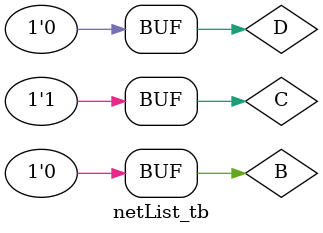
<source format=sv>
`timescale 1ns/1ns
module netList(input B, C, D, output F);
    wire A, E;

    and #12 G1 (A, B, C);
    and #12 G2 (E, D, B);
    nand #11 G3 (F, A, E);
endmodule


module netList_tb;
    reg B, C, D;
    wire F;


    netList uut (.B(B), .C(C), .D(D), .F(F));

    initial begin
        B = 1; C = 1; D = 1;

        #5;
        B = 0; C = 1; D = 1;

        #8;
        B = 0; C = 1; D = 0;

        #20;
    end

    initial begin
        $monitor("Time = %0t ns | B = %b, C = %b, D = %b => F = %b", $time, B, C, D, F);
    end
endmodule

</source>
